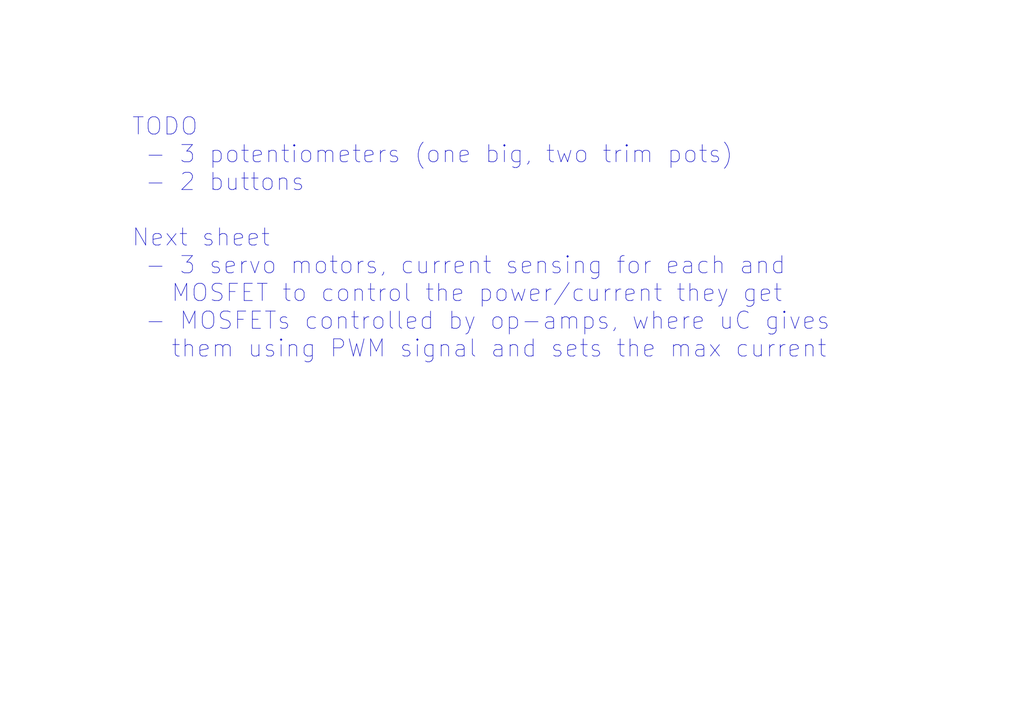
<source format=kicad_sch>
(kicad_sch (version 20230121) (generator eeschema)
  (paper "A4")
  (lib_symbols)
  (text "TODO\n - 3 potentiometers (one big, two trim pots)\n - 2 buttons\n\nNext sheet\n - 3 servo motors, current sensing for each and \n   MOSFET to control the power/current they get\n - MOSFETs controlled by op-amps, where uC gives \n   them using PWM signal and sets the max current" (at 38.1 104.14 0) (effects (font (size 5 5)) (justify left bottom)))
)
</source>
